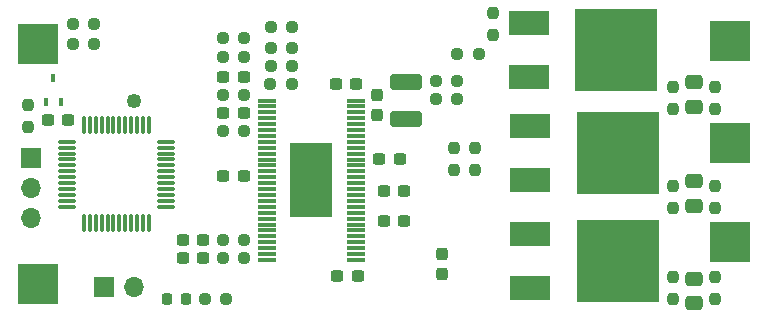
<source format=gts>
G04 #@! TF.GenerationSoftware,KiCad,Pcbnew,6.0.6-1.fc36*
G04 #@! TF.CreationDate,2022-08-14T11:42:17+02:00*
G04 #@! TF.ProjectId,esc_brushless,6573635f-6272-4757-9368-6c6573732e6b,1.1.0*
G04 #@! TF.SameCoordinates,Original*
G04 #@! TF.FileFunction,Soldermask,Top*
G04 #@! TF.FilePolarity,Negative*
%FSLAX46Y46*%
G04 Gerber Fmt 4.6, Leading zero omitted, Abs format (unit mm)*
G04 Created by KiCad (PCBNEW 6.0.6-1.fc36) date 2022-08-14 11:42:17*
%MOMM*%
%LPD*%
G01*
G04 APERTURE LIST*
G04 Aperture macros list*
%AMRoundRect*
0 Rectangle with rounded corners*
0 $1 Rounding radius*
0 $2 $3 $4 $5 $6 $7 $8 $9 X,Y pos of 4 corners*
0 Add a 4 corners polygon primitive as box body*
4,1,4,$2,$3,$4,$5,$6,$7,$8,$9,$2,$3,0*
0 Add four circle primitives for the rounded corners*
1,1,$1+$1,$2,$3*
1,1,$1+$1,$4,$5*
1,1,$1+$1,$6,$7*
1,1,$1+$1,$8,$9*
0 Add four rect primitives between the rounded corners*
20,1,$1+$1,$2,$3,$4,$5,0*
20,1,$1+$1,$4,$5,$6,$7,0*
20,1,$1+$1,$6,$7,$8,$9,0*
20,1,$1+$1,$8,$9,$2,$3,0*%
G04 Aperture macros list end*
%ADD10RoundRect,0.250000X0.475000X-0.337500X0.475000X0.337500X-0.475000X0.337500X-0.475000X-0.337500X0*%
%ADD11RoundRect,0.249998X1.100002X-0.412502X1.100002X0.412502X-1.100002X0.412502X-1.100002X-0.412502X0*%
%ADD12RoundRect,0.237500X0.300000X0.237500X-0.300000X0.237500X-0.300000X-0.237500X0.300000X-0.237500X0*%
%ADD13RoundRect,0.237500X0.237500X-0.300000X0.237500X0.300000X-0.237500X0.300000X-0.237500X-0.300000X0*%
%ADD14RoundRect,0.237500X-0.300000X-0.237500X0.300000X-0.237500X0.300000X0.237500X-0.300000X0.237500X0*%
%ADD15RoundRect,0.218750X-0.218750X-0.256250X0.218750X-0.256250X0.218750X0.256250X-0.218750X0.256250X0*%
%ADD16R,0.450000X0.700000*%
%ADD17R,3.400000X3.400000*%
%ADD18O,1.700000X1.700000*%
%ADD19R,1.700000X1.700000*%
%ADD20R,3.500000X2.000000*%
%ADD21R,7.000000X7.000000*%
%ADD22RoundRect,0.237500X-0.237500X0.250000X-0.237500X-0.250000X0.237500X-0.250000X0.237500X0.250000X0*%
%ADD23RoundRect,0.237500X-0.250000X-0.237500X0.250000X-0.237500X0.250000X0.237500X-0.250000X0.237500X0*%
%ADD24RoundRect,0.237500X0.250000X0.237500X-0.250000X0.237500X-0.250000X-0.237500X0.250000X-0.237500X0*%
%ADD25RoundRect,0.237500X0.237500X-0.250000X0.237500X0.250000X-0.237500X0.250000X-0.237500X-0.250000X0*%
%ADD26O,1.250000X1.250000*%
%ADD27R,3.610000X6.350000*%
%ADD28R,1.550000X0.300000*%
%ADD29RoundRect,0.075000X-0.075000X-0.662500X0.075000X-0.662500X0.075000X0.662500X-0.075000X0.662500X0*%
%ADD30RoundRect,0.075000X-0.662500X-0.075000X0.662500X-0.075000X0.662500X0.075000X-0.662500X0.075000X0*%
%ADD31RoundRect,0.237500X-0.237500X0.300000X-0.237500X-0.300000X0.237500X-0.300000X0.237500X0.300000X0*%
G04 APERTURE END LIST*
D10*
X135382000Y-75543500D03*
X135382000Y-77618500D03*
X135382000Y-67288500D03*
X135382000Y-69363500D03*
X135382000Y-58906500D03*
X135382000Y-60981500D03*
D11*
X110998000Y-58889500D03*
X110998000Y-62014500D03*
D12*
X105182500Y-75311000D03*
X106907500Y-75311000D03*
D13*
X108585000Y-59970500D03*
X108585000Y-61695500D03*
D12*
X92101500Y-72263000D03*
X93826500Y-72263000D03*
X92101500Y-73787000D03*
X93826500Y-73787000D03*
X105055500Y-59055000D03*
X106780500Y-59055000D03*
D14*
X110463500Y-65405000D03*
X108738500Y-65405000D03*
X110844500Y-68072000D03*
X109119500Y-68072000D03*
X110844500Y-70612000D03*
X109119500Y-70612000D03*
D12*
X95530500Y-66802000D03*
X97255500Y-66802000D03*
D14*
X97255500Y-58420000D03*
X95530500Y-58420000D03*
D12*
X95530500Y-61468000D03*
X97255500Y-61468000D03*
X80671500Y-62103000D03*
X82396500Y-62103000D03*
D15*
X92354500Y-77216000D03*
X90779500Y-77216000D03*
D16*
X81153000Y-58563000D03*
X81803000Y-60563000D03*
X80503000Y-60563000D03*
D17*
X79883000Y-55626000D03*
X79883000Y-75946000D03*
D18*
X79248000Y-70358000D03*
X79248000Y-67818000D03*
D19*
X79248000Y-65278000D03*
D18*
X88011000Y-76200000D03*
D19*
X85471000Y-76200000D03*
D17*
X138430000Y-64008000D03*
X138430000Y-55372000D03*
D20*
X121536000Y-67177000D03*
D21*
X128936000Y-64897000D03*
D20*
X121536000Y-62597000D03*
X121409000Y-58414000D03*
D21*
X128809000Y-56134000D03*
D20*
X121409000Y-53834000D03*
D22*
X78994000Y-62634500D03*
X78994000Y-60809500D03*
D23*
X95781500Y-77216000D03*
X93956500Y-77216000D03*
D24*
X113514500Y-60325000D03*
X115339500Y-60325000D03*
D25*
X118364000Y-53062500D03*
X118364000Y-54887500D03*
X116840000Y-64492500D03*
X116840000Y-66317500D03*
D24*
X113514500Y-58801000D03*
X115339500Y-58801000D03*
X115332500Y-56515000D03*
X117157500Y-56515000D03*
D22*
X137160000Y-77239500D03*
X137160000Y-75414500D03*
D25*
X133604000Y-67667500D03*
X133604000Y-69492500D03*
D22*
X137160000Y-69492500D03*
X137160000Y-67667500D03*
D25*
X133604000Y-59285500D03*
X133604000Y-61110500D03*
D22*
X137160000Y-61110500D03*
X137160000Y-59285500D03*
D23*
X101369500Y-54229000D03*
X99544500Y-54229000D03*
D24*
X95480500Y-62992000D03*
X97305500Y-62992000D03*
D23*
X97305500Y-55118000D03*
X95480500Y-55118000D03*
D24*
X95480500Y-72263000D03*
X97305500Y-72263000D03*
X95480500Y-73787000D03*
X97305500Y-73787000D03*
X95480500Y-56769000D03*
X97305500Y-56769000D03*
D23*
X101346000Y-59055000D03*
X99521000Y-59055000D03*
X101369500Y-56007000D03*
X99544500Y-56007000D03*
D24*
X99544500Y-57531000D03*
X101369500Y-57531000D03*
X95480500Y-59944000D03*
X97305500Y-59944000D03*
X82780500Y-53975000D03*
X84605500Y-53975000D03*
D23*
X84605500Y-55626000D03*
X82780500Y-55626000D03*
D26*
X88011000Y-60452000D03*
D27*
X102997000Y-67183000D03*
D28*
X106747000Y-60433000D03*
X106747000Y-60933000D03*
X106747000Y-61433000D03*
X106747000Y-61933000D03*
X106747000Y-62433000D03*
X106747000Y-62933000D03*
X106747000Y-63433000D03*
X106747000Y-63933000D03*
X106747000Y-64433000D03*
X106747000Y-64933000D03*
X106747000Y-65433000D03*
X106747000Y-65933000D03*
X106747000Y-66433000D03*
X106747000Y-66933000D03*
X106747000Y-67433000D03*
X106747000Y-67933000D03*
X106747000Y-68433000D03*
X106747000Y-68933000D03*
X106747000Y-69433000D03*
X106747000Y-69933000D03*
X106747000Y-70433000D03*
X106747000Y-70933000D03*
X106747000Y-71433000D03*
X106747000Y-71933000D03*
X106747000Y-72433000D03*
X106747000Y-72933000D03*
X106747000Y-73433000D03*
X106747000Y-73933000D03*
X99247000Y-73933000D03*
X99247000Y-73433000D03*
X99247000Y-72933000D03*
X99247000Y-72433000D03*
X99247000Y-71933000D03*
X99247000Y-71433000D03*
X99247000Y-70933000D03*
X99247000Y-70433000D03*
X99247000Y-69933000D03*
X99247000Y-69433000D03*
X99247000Y-68933000D03*
X99247000Y-68433000D03*
X99247000Y-67933000D03*
X99247000Y-67433000D03*
X99247000Y-66933000D03*
X99247000Y-66433000D03*
X99247000Y-65933000D03*
X99247000Y-65433000D03*
X99247000Y-64933000D03*
X99247000Y-64433000D03*
X99247000Y-63933000D03*
X99247000Y-63433000D03*
X99247000Y-62933000D03*
X99247000Y-62433000D03*
X99247000Y-61933000D03*
X99247000Y-61433000D03*
X99247000Y-60933000D03*
X99247000Y-60433000D03*
D29*
X83737000Y-62512500D03*
X84237000Y-62512500D03*
X84737000Y-62512500D03*
X85237000Y-62512500D03*
X85737000Y-62512500D03*
X86237000Y-62512500D03*
X86737000Y-62512500D03*
X87237000Y-62512500D03*
X87737000Y-62512500D03*
X88237000Y-62512500D03*
X88737000Y-62512500D03*
X89237000Y-62512500D03*
D30*
X90649500Y-63925000D03*
X90649500Y-64425000D03*
X90649500Y-64925000D03*
X90649500Y-65425000D03*
X90649500Y-65925000D03*
X90649500Y-66425000D03*
X90649500Y-66925000D03*
X90649500Y-67425000D03*
X90649500Y-67925000D03*
X90649500Y-68425000D03*
X90649500Y-68925000D03*
X90649500Y-69425000D03*
D29*
X89237000Y-70837500D03*
X88737000Y-70837500D03*
X88237000Y-70837500D03*
X87737000Y-70837500D03*
X87237000Y-70837500D03*
X86737000Y-70837500D03*
X86237000Y-70837500D03*
X85737000Y-70837500D03*
X85237000Y-70837500D03*
X84737000Y-70837500D03*
X84237000Y-70837500D03*
X83737000Y-70837500D03*
D30*
X82324500Y-69425000D03*
X82324500Y-68925000D03*
X82324500Y-68425000D03*
X82324500Y-67925000D03*
X82324500Y-67425000D03*
X82324500Y-66925000D03*
X82324500Y-66425000D03*
X82324500Y-65925000D03*
X82324500Y-65425000D03*
X82324500Y-64925000D03*
X82324500Y-64425000D03*
X82324500Y-63925000D03*
D25*
X133604000Y-75414500D03*
X133604000Y-77239500D03*
D20*
X121536000Y-76321000D03*
D21*
X128936000Y-74041000D03*
D20*
X121536000Y-71741000D03*
D17*
X138430000Y-72390000D03*
D25*
X115062000Y-64492500D03*
X115062000Y-66317500D03*
D31*
X114046000Y-75157500D03*
X114046000Y-73432500D03*
M02*

</source>
